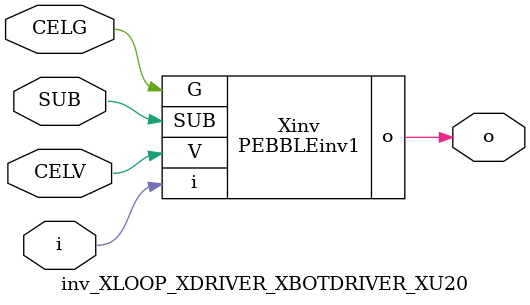
<source format=v>



module PEBBLEinv1 ( o, G, SUB, V, i );

  input V;
  input i;
  input G;
  output o;
  input SUB;
endmodule

//Celera Confidential Do Not Copy inv_XLOOP_XDRIVER_XBOTDRIVER_XU20
//Celera Confidential Symbol Generator
//5V Inverter
module inv_XLOOP_XDRIVER_XBOTDRIVER_XU20 (CELV,CELG,i,o,SUB);
input CELV;
input CELG;
input i;
input SUB;
output o;

//Celera Confidential Do Not Copy inv
PEBBLEinv1 Xinv(
.V (CELV),
.i (i),
.o (o),
.SUB (SUB),
.G (CELG)
);
//,diesize,PEBBLEinv1

//Celera Confidential Do Not Copy Module End
//Celera Schematic Generator
endmodule

</source>
